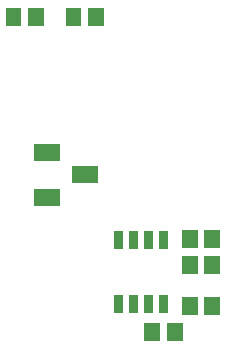
<source format=gbp>
G75*
%MOIN*%
%OFA0B0*%
%FSLAX25Y25*%
%IPPOS*%
%LPD*%
%AMOC8*
5,1,8,0,0,1.08239X$1,22.5*
%
%ADD10C,0.00205*%
%ADD11C,0.00220*%
D10*
X0084927Y0016519D02*
X0084927Y0022221D01*
X0084927Y0016519D02*
X0082573Y0016519D01*
X0082573Y0022221D01*
X0084927Y0022221D01*
X0084927Y0016714D02*
X0082573Y0016714D01*
X0082573Y0016909D02*
X0084927Y0016909D01*
X0084927Y0017104D02*
X0082573Y0017104D01*
X0082573Y0017299D02*
X0084927Y0017299D01*
X0084927Y0017494D02*
X0082573Y0017494D01*
X0082573Y0017689D02*
X0084927Y0017689D01*
X0084927Y0017884D02*
X0082573Y0017884D01*
X0082573Y0018079D02*
X0084927Y0018079D01*
X0084927Y0018274D02*
X0082573Y0018274D01*
X0082573Y0018469D02*
X0084927Y0018469D01*
X0084927Y0018664D02*
X0082573Y0018664D01*
X0082573Y0018859D02*
X0084927Y0018859D01*
X0084927Y0019054D02*
X0082573Y0019054D01*
X0082573Y0019249D02*
X0084927Y0019249D01*
X0084927Y0019444D02*
X0082573Y0019444D01*
X0082573Y0019639D02*
X0084927Y0019639D01*
X0084927Y0019834D02*
X0082573Y0019834D01*
X0082573Y0020029D02*
X0084927Y0020029D01*
X0084927Y0020224D02*
X0082573Y0020224D01*
X0082573Y0020419D02*
X0084927Y0020419D01*
X0084927Y0020614D02*
X0082573Y0020614D01*
X0082573Y0020809D02*
X0084927Y0020809D01*
X0084927Y0021004D02*
X0082573Y0021004D01*
X0082573Y0021199D02*
X0084927Y0021199D01*
X0084927Y0021394D02*
X0082573Y0021394D01*
X0082573Y0021589D02*
X0084927Y0021589D01*
X0084927Y0021784D02*
X0082573Y0021784D01*
X0082573Y0021979D02*
X0084927Y0021979D01*
X0084927Y0022174D02*
X0082573Y0022174D01*
X0089927Y0022221D02*
X0089927Y0016519D01*
X0087573Y0016519D01*
X0087573Y0022221D01*
X0089927Y0022221D01*
X0089927Y0016714D02*
X0087573Y0016714D01*
X0087573Y0016909D02*
X0089927Y0016909D01*
X0089927Y0017104D02*
X0087573Y0017104D01*
X0087573Y0017299D02*
X0089927Y0017299D01*
X0089927Y0017494D02*
X0087573Y0017494D01*
X0087573Y0017689D02*
X0089927Y0017689D01*
X0089927Y0017884D02*
X0087573Y0017884D01*
X0087573Y0018079D02*
X0089927Y0018079D01*
X0089927Y0018274D02*
X0087573Y0018274D01*
X0087573Y0018469D02*
X0089927Y0018469D01*
X0089927Y0018664D02*
X0087573Y0018664D01*
X0087573Y0018859D02*
X0089927Y0018859D01*
X0089927Y0019054D02*
X0087573Y0019054D01*
X0087573Y0019249D02*
X0089927Y0019249D01*
X0089927Y0019444D02*
X0087573Y0019444D01*
X0087573Y0019639D02*
X0089927Y0019639D01*
X0089927Y0019834D02*
X0087573Y0019834D01*
X0087573Y0020029D02*
X0089927Y0020029D01*
X0089927Y0020224D02*
X0087573Y0020224D01*
X0087573Y0020419D02*
X0089927Y0020419D01*
X0089927Y0020614D02*
X0087573Y0020614D01*
X0087573Y0020809D02*
X0089927Y0020809D01*
X0089927Y0021004D02*
X0087573Y0021004D01*
X0087573Y0021199D02*
X0089927Y0021199D01*
X0089927Y0021394D02*
X0087573Y0021394D01*
X0087573Y0021589D02*
X0089927Y0021589D01*
X0089927Y0021784D02*
X0087573Y0021784D01*
X0087573Y0021979D02*
X0089927Y0021979D01*
X0089927Y0022174D02*
X0087573Y0022174D01*
X0094927Y0022221D02*
X0094927Y0016519D01*
X0092573Y0016519D01*
X0092573Y0022221D01*
X0094927Y0022221D01*
X0094927Y0016714D02*
X0092573Y0016714D01*
X0092573Y0016909D02*
X0094927Y0016909D01*
X0094927Y0017104D02*
X0092573Y0017104D01*
X0092573Y0017299D02*
X0094927Y0017299D01*
X0094927Y0017494D02*
X0092573Y0017494D01*
X0092573Y0017689D02*
X0094927Y0017689D01*
X0094927Y0017884D02*
X0092573Y0017884D01*
X0092573Y0018079D02*
X0094927Y0018079D01*
X0094927Y0018274D02*
X0092573Y0018274D01*
X0092573Y0018469D02*
X0094927Y0018469D01*
X0094927Y0018664D02*
X0092573Y0018664D01*
X0092573Y0018859D02*
X0094927Y0018859D01*
X0094927Y0019054D02*
X0092573Y0019054D01*
X0092573Y0019249D02*
X0094927Y0019249D01*
X0094927Y0019444D02*
X0092573Y0019444D01*
X0092573Y0019639D02*
X0094927Y0019639D01*
X0094927Y0019834D02*
X0092573Y0019834D01*
X0092573Y0020029D02*
X0094927Y0020029D01*
X0094927Y0020224D02*
X0092573Y0020224D01*
X0092573Y0020419D02*
X0094927Y0020419D01*
X0094927Y0020614D02*
X0092573Y0020614D01*
X0092573Y0020809D02*
X0094927Y0020809D01*
X0094927Y0021004D02*
X0092573Y0021004D01*
X0092573Y0021199D02*
X0094927Y0021199D01*
X0094927Y0021394D02*
X0092573Y0021394D01*
X0092573Y0021589D02*
X0094927Y0021589D01*
X0094927Y0021784D02*
X0092573Y0021784D01*
X0092573Y0021979D02*
X0094927Y0021979D01*
X0094927Y0022174D02*
X0092573Y0022174D01*
X0099927Y0022221D02*
X0099927Y0016519D01*
X0097573Y0016519D01*
X0097573Y0022221D01*
X0099927Y0022221D01*
X0099927Y0016714D02*
X0097573Y0016714D01*
X0097573Y0016909D02*
X0099927Y0016909D01*
X0099927Y0017104D02*
X0097573Y0017104D01*
X0097573Y0017299D02*
X0099927Y0017299D01*
X0099927Y0017494D02*
X0097573Y0017494D01*
X0097573Y0017689D02*
X0099927Y0017689D01*
X0099927Y0017884D02*
X0097573Y0017884D01*
X0097573Y0018079D02*
X0099927Y0018079D01*
X0099927Y0018274D02*
X0097573Y0018274D01*
X0097573Y0018469D02*
X0099927Y0018469D01*
X0099927Y0018664D02*
X0097573Y0018664D01*
X0097573Y0018859D02*
X0099927Y0018859D01*
X0099927Y0019054D02*
X0097573Y0019054D01*
X0097573Y0019249D02*
X0099927Y0019249D01*
X0099927Y0019444D02*
X0097573Y0019444D01*
X0097573Y0019639D02*
X0099927Y0019639D01*
X0099927Y0019834D02*
X0097573Y0019834D01*
X0097573Y0020029D02*
X0099927Y0020029D01*
X0099927Y0020224D02*
X0097573Y0020224D01*
X0097573Y0020419D02*
X0099927Y0020419D01*
X0099927Y0020614D02*
X0097573Y0020614D01*
X0097573Y0020809D02*
X0099927Y0020809D01*
X0099927Y0021004D02*
X0097573Y0021004D01*
X0097573Y0021199D02*
X0099927Y0021199D01*
X0099927Y0021394D02*
X0097573Y0021394D01*
X0097573Y0021589D02*
X0099927Y0021589D01*
X0099927Y0021784D02*
X0097573Y0021784D01*
X0097573Y0021979D02*
X0099927Y0021979D01*
X0099927Y0022174D02*
X0097573Y0022174D01*
X0105053Y0015899D02*
X0109967Y0015899D01*
X0105053Y0015899D02*
X0105053Y0021601D01*
X0109967Y0021601D01*
X0109967Y0015899D01*
X0109967Y0016094D02*
X0105053Y0016094D01*
X0105053Y0016289D02*
X0109967Y0016289D01*
X0109967Y0016484D02*
X0105053Y0016484D01*
X0105053Y0016679D02*
X0109967Y0016679D01*
X0109967Y0016874D02*
X0105053Y0016874D01*
X0105053Y0017069D02*
X0109967Y0017069D01*
X0109967Y0017264D02*
X0105053Y0017264D01*
X0105053Y0017459D02*
X0109967Y0017459D01*
X0109967Y0017654D02*
X0105053Y0017654D01*
X0105053Y0017849D02*
X0109967Y0017849D01*
X0109967Y0018044D02*
X0105053Y0018044D01*
X0105053Y0018239D02*
X0109967Y0018239D01*
X0109967Y0018434D02*
X0105053Y0018434D01*
X0105053Y0018629D02*
X0109967Y0018629D01*
X0109967Y0018824D02*
X0105053Y0018824D01*
X0105053Y0019019D02*
X0109967Y0019019D01*
X0109967Y0019214D02*
X0105053Y0019214D01*
X0105053Y0019409D02*
X0109967Y0019409D01*
X0109967Y0019604D02*
X0105053Y0019604D01*
X0105053Y0019799D02*
X0109967Y0019799D01*
X0109967Y0019994D02*
X0105053Y0019994D01*
X0105053Y0020189D02*
X0109967Y0020189D01*
X0109967Y0020384D02*
X0105053Y0020384D01*
X0105053Y0020579D02*
X0109967Y0020579D01*
X0109967Y0020774D02*
X0105053Y0020774D01*
X0105053Y0020969D02*
X0109967Y0020969D01*
X0109967Y0021164D02*
X0105053Y0021164D01*
X0105053Y0021359D02*
X0109967Y0021359D01*
X0109967Y0021554D02*
X0105053Y0021554D01*
X0105053Y0029649D02*
X0109967Y0029649D01*
X0105053Y0029649D02*
X0105053Y0035351D01*
X0109967Y0035351D01*
X0109967Y0029649D01*
X0109967Y0029844D02*
X0105053Y0029844D01*
X0105053Y0030039D02*
X0109967Y0030039D01*
X0109967Y0030234D02*
X0105053Y0030234D01*
X0105053Y0030429D02*
X0109967Y0030429D01*
X0109967Y0030624D02*
X0105053Y0030624D01*
X0105053Y0030819D02*
X0109967Y0030819D01*
X0109967Y0031014D02*
X0105053Y0031014D01*
X0105053Y0031209D02*
X0109967Y0031209D01*
X0109967Y0031404D02*
X0105053Y0031404D01*
X0105053Y0031599D02*
X0109967Y0031599D01*
X0109967Y0031794D02*
X0105053Y0031794D01*
X0105053Y0031989D02*
X0109967Y0031989D01*
X0109967Y0032184D02*
X0105053Y0032184D01*
X0105053Y0032379D02*
X0109967Y0032379D01*
X0109967Y0032574D02*
X0105053Y0032574D01*
X0105053Y0032769D02*
X0109967Y0032769D01*
X0109967Y0032964D02*
X0105053Y0032964D01*
X0105053Y0033159D02*
X0109967Y0033159D01*
X0109967Y0033354D02*
X0105053Y0033354D01*
X0105053Y0033549D02*
X0109967Y0033549D01*
X0109967Y0033744D02*
X0105053Y0033744D01*
X0105053Y0033939D02*
X0109967Y0033939D01*
X0109967Y0034134D02*
X0105053Y0034134D01*
X0105053Y0034329D02*
X0109967Y0034329D01*
X0109967Y0034524D02*
X0105053Y0034524D01*
X0105053Y0034719D02*
X0109967Y0034719D01*
X0109967Y0034914D02*
X0105053Y0034914D01*
X0105053Y0035109D02*
X0109967Y0035109D01*
X0109967Y0035304D02*
X0105053Y0035304D01*
X0105053Y0038399D02*
X0109967Y0038399D01*
X0105053Y0038399D02*
X0105053Y0044101D01*
X0109967Y0044101D01*
X0109967Y0038399D01*
X0109967Y0038594D02*
X0105053Y0038594D01*
X0105053Y0038789D02*
X0109967Y0038789D01*
X0109967Y0038984D02*
X0105053Y0038984D01*
X0105053Y0039179D02*
X0109967Y0039179D01*
X0109967Y0039374D02*
X0105053Y0039374D01*
X0105053Y0039569D02*
X0109967Y0039569D01*
X0109967Y0039764D02*
X0105053Y0039764D01*
X0105053Y0039959D02*
X0109967Y0039959D01*
X0109967Y0040154D02*
X0105053Y0040154D01*
X0105053Y0040349D02*
X0109967Y0040349D01*
X0109967Y0040544D02*
X0105053Y0040544D01*
X0105053Y0040739D02*
X0109967Y0040739D01*
X0109967Y0040934D02*
X0105053Y0040934D01*
X0105053Y0041129D02*
X0109967Y0041129D01*
X0109967Y0041324D02*
X0105053Y0041324D01*
X0105053Y0041519D02*
X0109967Y0041519D01*
X0109967Y0041714D02*
X0105053Y0041714D01*
X0105053Y0041909D02*
X0109967Y0041909D01*
X0109967Y0042104D02*
X0105053Y0042104D01*
X0105053Y0042299D02*
X0109967Y0042299D01*
X0109967Y0042494D02*
X0105053Y0042494D01*
X0105053Y0042689D02*
X0109967Y0042689D01*
X0109967Y0042884D02*
X0105053Y0042884D01*
X0105053Y0043079D02*
X0109967Y0043079D01*
X0109967Y0043274D02*
X0105053Y0043274D01*
X0105053Y0043469D02*
X0109967Y0043469D01*
X0109967Y0043664D02*
X0105053Y0043664D01*
X0105053Y0043859D02*
X0109967Y0043859D01*
X0109967Y0044054D02*
X0105053Y0044054D01*
X0099927Y0043481D02*
X0099927Y0037779D01*
X0097573Y0037779D01*
X0097573Y0043481D01*
X0099927Y0043481D01*
X0099927Y0037974D02*
X0097573Y0037974D01*
X0097573Y0038169D02*
X0099927Y0038169D01*
X0099927Y0038364D02*
X0097573Y0038364D01*
X0097573Y0038559D02*
X0099927Y0038559D01*
X0099927Y0038754D02*
X0097573Y0038754D01*
X0097573Y0038949D02*
X0099927Y0038949D01*
X0099927Y0039144D02*
X0097573Y0039144D01*
X0097573Y0039339D02*
X0099927Y0039339D01*
X0099927Y0039534D02*
X0097573Y0039534D01*
X0097573Y0039729D02*
X0099927Y0039729D01*
X0099927Y0039924D02*
X0097573Y0039924D01*
X0097573Y0040119D02*
X0099927Y0040119D01*
X0099927Y0040314D02*
X0097573Y0040314D01*
X0097573Y0040509D02*
X0099927Y0040509D01*
X0099927Y0040704D02*
X0097573Y0040704D01*
X0097573Y0040899D02*
X0099927Y0040899D01*
X0099927Y0041094D02*
X0097573Y0041094D01*
X0097573Y0041289D02*
X0099927Y0041289D01*
X0099927Y0041484D02*
X0097573Y0041484D01*
X0097573Y0041679D02*
X0099927Y0041679D01*
X0099927Y0041874D02*
X0097573Y0041874D01*
X0097573Y0042069D02*
X0099927Y0042069D01*
X0099927Y0042264D02*
X0097573Y0042264D01*
X0097573Y0042459D02*
X0099927Y0042459D01*
X0099927Y0042654D02*
X0097573Y0042654D01*
X0097573Y0042849D02*
X0099927Y0042849D01*
X0099927Y0043044D02*
X0097573Y0043044D01*
X0097573Y0043239D02*
X0099927Y0043239D01*
X0099927Y0043434D02*
X0097573Y0043434D01*
X0094927Y0043481D02*
X0094927Y0037779D01*
X0092573Y0037779D01*
X0092573Y0043481D01*
X0094927Y0043481D01*
X0094927Y0037974D02*
X0092573Y0037974D01*
X0092573Y0038169D02*
X0094927Y0038169D01*
X0094927Y0038364D02*
X0092573Y0038364D01*
X0092573Y0038559D02*
X0094927Y0038559D01*
X0094927Y0038754D02*
X0092573Y0038754D01*
X0092573Y0038949D02*
X0094927Y0038949D01*
X0094927Y0039144D02*
X0092573Y0039144D01*
X0092573Y0039339D02*
X0094927Y0039339D01*
X0094927Y0039534D02*
X0092573Y0039534D01*
X0092573Y0039729D02*
X0094927Y0039729D01*
X0094927Y0039924D02*
X0092573Y0039924D01*
X0092573Y0040119D02*
X0094927Y0040119D01*
X0094927Y0040314D02*
X0092573Y0040314D01*
X0092573Y0040509D02*
X0094927Y0040509D01*
X0094927Y0040704D02*
X0092573Y0040704D01*
X0092573Y0040899D02*
X0094927Y0040899D01*
X0094927Y0041094D02*
X0092573Y0041094D01*
X0092573Y0041289D02*
X0094927Y0041289D01*
X0094927Y0041484D02*
X0092573Y0041484D01*
X0092573Y0041679D02*
X0094927Y0041679D01*
X0094927Y0041874D02*
X0092573Y0041874D01*
X0092573Y0042069D02*
X0094927Y0042069D01*
X0094927Y0042264D02*
X0092573Y0042264D01*
X0092573Y0042459D02*
X0094927Y0042459D01*
X0094927Y0042654D02*
X0092573Y0042654D01*
X0092573Y0042849D02*
X0094927Y0042849D01*
X0094927Y0043044D02*
X0092573Y0043044D01*
X0092573Y0043239D02*
X0094927Y0043239D01*
X0094927Y0043434D02*
X0092573Y0043434D01*
X0089927Y0043481D02*
X0089927Y0037779D01*
X0087573Y0037779D01*
X0087573Y0043481D01*
X0089927Y0043481D01*
X0089927Y0037974D02*
X0087573Y0037974D01*
X0087573Y0038169D02*
X0089927Y0038169D01*
X0089927Y0038364D02*
X0087573Y0038364D01*
X0087573Y0038559D02*
X0089927Y0038559D01*
X0089927Y0038754D02*
X0087573Y0038754D01*
X0087573Y0038949D02*
X0089927Y0038949D01*
X0089927Y0039144D02*
X0087573Y0039144D01*
X0087573Y0039339D02*
X0089927Y0039339D01*
X0089927Y0039534D02*
X0087573Y0039534D01*
X0087573Y0039729D02*
X0089927Y0039729D01*
X0089927Y0039924D02*
X0087573Y0039924D01*
X0087573Y0040119D02*
X0089927Y0040119D01*
X0089927Y0040314D02*
X0087573Y0040314D01*
X0087573Y0040509D02*
X0089927Y0040509D01*
X0089927Y0040704D02*
X0087573Y0040704D01*
X0087573Y0040899D02*
X0089927Y0040899D01*
X0089927Y0041094D02*
X0087573Y0041094D01*
X0087573Y0041289D02*
X0089927Y0041289D01*
X0089927Y0041484D02*
X0087573Y0041484D01*
X0087573Y0041679D02*
X0089927Y0041679D01*
X0089927Y0041874D02*
X0087573Y0041874D01*
X0087573Y0042069D02*
X0089927Y0042069D01*
X0089927Y0042264D02*
X0087573Y0042264D01*
X0087573Y0042459D02*
X0089927Y0042459D01*
X0089927Y0042654D02*
X0087573Y0042654D01*
X0087573Y0042849D02*
X0089927Y0042849D01*
X0089927Y0043044D02*
X0087573Y0043044D01*
X0087573Y0043239D02*
X0089927Y0043239D01*
X0089927Y0043434D02*
X0087573Y0043434D01*
X0084927Y0043481D02*
X0084927Y0037779D01*
X0082573Y0037779D01*
X0082573Y0043481D01*
X0084927Y0043481D01*
X0084927Y0037974D02*
X0082573Y0037974D01*
X0082573Y0038169D02*
X0084927Y0038169D01*
X0084927Y0038364D02*
X0082573Y0038364D01*
X0082573Y0038559D02*
X0084927Y0038559D01*
X0084927Y0038754D02*
X0082573Y0038754D01*
X0082573Y0038949D02*
X0084927Y0038949D01*
X0084927Y0039144D02*
X0082573Y0039144D01*
X0082573Y0039339D02*
X0084927Y0039339D01*
X0084927Y0039534D02*
X0082573Y0039534D01*
X0082573Y0039729D02*
X0084927Y0039729D01*
X0084927Y0039924D02*
X0082573Y0039924D01*
X0082573Y0040119D02*
X0084927Y0040119D01*
X0084927Y0040314D02*
X0082573Y0040314D01*
X0082573Y0040509D02*
X0084927Y0040509D01*
X0084927Y0040704D02*
X0082573Y0040704D01*
X0082573Y0040899D02*
X0084927Y0040899D01*
X0084927Y0041094D02*
X0082573Y0041094D01*
X0082573Y0041289D02*
X0084927Y0041289D01*
X0084927Y0041484D02*
X0082573Y0041484D01*
X0082573Y0041679D02*
X0084927Y0041679D01*
X0084927Y0041874D02*
X0082573Y0041874D01*
X0082573Y0042069D02*
X0084927Y0042069D01*
X0084927Y0042264D02*
X0082573Y0042264D01*
X0082573Y0042459D02*
X0084927Y0042459D01*
X0084927Y0042654D02*
X0082573Y0042654D01*
X0082573Y0042849D02*
X0084927Y0042849D01*
X0084927Y0043044D02*
X0082573Y0043044D01*
X0082573Y0043239D02*
X0084927Y0043239D01*
X0084927Y0043434D02*
X0082573Y0043434D01*
X0092553Y0007149D02*
X0097467Y0007149D01*
X0092553Y0007149D02*
X0092553Y0012851D01*
X0097467Y0012851D01*
X0097467Y0007149D01*
X0097467Y0007344D02*
X0092553Y0007344D01*
X0092553Y0007539D02*
X0097467Y0007539D01*
X0097467Y0007734D02*
X0092553Y0007734D01*
X0092553Y0007929D02*
X0097467Y0007929D01*
X0097467Y0008124D02*
X0092553Y0008124D01*
X0092553Y0008319D02*
X0097467Y0008319D01*
X0097467Y0008514D02*
X0092553Y0008514D01*
X0092553Y0008709D02*
X0097467Y0008709D01*
X0097467Y0008904D02*
X0092553Y0008904D01*
X0092553Y0009099D02*
X0097467Y0009099D01*
X0097467Y0009294D02*
X0092553Y0009294D01*
X0092553Y0009489D02*
X0097467Y0009489D01*
X0097467Y0009684D02*
X0092553Y0009684D01*
X0092553Y0009879D02*
X0097467Y0009879D01*
X0097467Y0010074D02*
X0092553Y0010074D01*
X0092553Y0010269D02*
X0097467Y0010269D01*
X0097467Y0010464D02*
X0092553Y0010464D01*
X0092553Y0010659D02*
X0097467Y0010659D01*
X0097467Y0010854D02*
X0092553Y0010854D01*
X0092553Y0011049D02*
X0097467Y0011049D01*
X0097467Y0011244D02*
X0092553Y0011244D01*
X0092553Y0011439D02*
X0097467Y0011439D01*
X0097467Y0011634D02*
X0092553Y0011634D01*
X0092553Y0011829D02*
X0097467Y0011829D01*
X0097467Y0012024D02*
X0092553Y0012024D01*
X0092553Y0012219D02*
X0097467Y0012219D01*
X0097467Y0012414D02*
X0092553Y0012414D01*
X0092553Y0012609D02*
X0097467Y0012609D01*
X0097467Y0012804D02*
X0092553Y0012804D01*
X0100033Y0007149D02*
X0104947Y0007149D01*
X0100033Y0007149D02*
X0100033Y0012851D01*
X0104947Y0012851D01*
X0104947Y0007149D01*
X0104947Y0007344D02*
X0100033Y0007344D01*
X0100033Y0007539D02*
X0104947Y0007539D01*
X0104947Y0007734D02*
X0100033Y0007734D01*
X0100033Y0007929D02*
X0104947Y0007929D01*
X0104947Y0008124D02*
X0100033Y0008124D01*
X0100033Y0008319D02*
X0104947Y0008319D01*
X0104947Y0008514D02*
X0100033Y0008514D01*
X0100033Y0008709D02*
X0104947Y0008709D01*
X0104947Y0008904D02*
X0100033Y0008904D01*
X0100033Y0009099D02*
X0104947Y0009099D01*
X0104947Y0009294D02*
X0100033Y0009294D01*
X0100033Y0009489D02*
X0104947Y0009489D01*
X0104947Y0009684D02*
X0100033Y0009684D01*
X0100033Y0009879D02*
X0104947Y0009879D01*
X0104947Y0010074D02*
X0100033Y0010074D01*
X0100033Y0010269D02*
X0104947Y0010269D01*
X0104947Y0010464D02*
X0100033Y0010464D01*
X0100033Y0010659D02*
X0104947Y0010659D01*
X0104947Y0010854D02*
X0100033Y0010854D01*
X0100033Y0011049D02*
X0104947Y0011049D01*
X0104947Y0011244D02*
X0100033Y0011244D01*
X0100033Y0011439D02*
X0104947Y0011439D01*
X0104947Y0011634D02*
X0100033Y0011634D01*
X0100033Y0011829D02*
X0104947Y0011829D01*
X0104947Y0012024D02*
X0100033Y0012024D01*
X0100033Y0012219D02*
X0104947Y0012219D01*
X0104947Y0012414D02*
X0100033Y0012414D01*
X0100033Y0012609D02*
X0104947Y0012609D01*
X0104947Y0012804D02*
X0100033Y0012804D01*
X0112533Y0015899D02*
X0117447Y0015899D01*
X0112533Y0015899D02*
X0112533Y0021601D01*
X0117447Y0021601D01*
X0117447Y0015899D01*
X0117447Y0016094D02*
X0112533Y0016094D01*
X0112533Y0016289D02*
X0117447Y0016289D01*
X0117447Y0016484D02*
X0112533Y0016484D01*
X0112533Y0016679D02*
X0117447Y0016679D01*
X0117447Y0016874D02*
X0112533Y0016874D01*
X0112533Y0017069D02*
X0117447Y0017069D01*
X0117447Y0017264D02*
X0112533Y0017264D01*
X0112533Y0017459D02*
X0117447Y0017459D01*
X0117447Y0017654D02*
X0112533Y0017654D01*
X0112533Y0017849D02*
X0117447Y0017849D01*
X0117447Y0018044D02*
X0112533Y0018044D01*
X0112533Y0018239D02*
X0117447Y0018239D01*
X0117447Y0018434D02*
X0112533Y0018434D01*
X0112533Y0018629D02*
X0117447Y0018629D01*
X0117447Y0018824D02*
X0112533Y0018824D01*
X0112533Y0019019D02*
X0117447Y0019019D01*
X0117447Y0019214D02*
X0112533Y0019214D01*
X0112533Y0019409D02*
X0117447Y0019409D01*
X0117447Y0019604D02*
X0112533Y0019604D01*
X0112533Y0019799D02*
X0117447Y0019799D01*
X0117447Y0019994D02*
X0112533Y0019994D01*
X0112533Y0020189D02*
X0117447Y0020189D01*
X0117447Y0020384D02*
X0112533Y0020384D01*
X0112533Y0020579D02*
X0117447Y0020579D01*
X0117447Y0020774D02*
X0112533Y0020774D01*
X0112533Y0020969D02*
X0117447Y0020969D01*
X0117447Y0021164D02*
X0112533Y0021164D01*
X0112533Y0021359D02*
X0117447Y0021359D01*
X0117447Y0021554D02*
X0112533Y0021554D01*
X0112533Y0029649D02*
X0117447Y0029649D01*
X0112533Y0029649D02*
X0112533Y0035351D01*
X0117447Y0035351D01*
X0117447Y0029649D01*
X0117447Y0029844D02*
X0112533Y0029844D01*
X0112533Y0030039D02*
X0117447Y0030039D01*
X0117447Y0030234D02*
X0112533Y0030234D01*
X0112533Y0030429D02*
X0117447Y0030429D01*
X0117447Y0030624D02*
X0112533Y0030624D01*
X0112533Y0030819D02*
X0117447Y0030819D01*
X0117447Y0031014D02*
X0112533Y0031014D01*
X0112533Y0031209D02*
X0117447Y0031209D01*
X0117447Y0031404D02*
X0112533Y0031404D01*
X0112533Y0031599D02*
X0117447Y0031599D01*
X0117447Y0031794D02*
X0112533Y0031794D01*
X0112533Y0031989D02*
X0117447Y0031989D01*
X0117447Y0032184D02*
X0112533Y0032184D01*
X0112533Y0032379D02*
X0117447Y0032379D01*
X0117447Y0032574D02*
X0112533Y0032574D01*
X0112533Y0032769D02*
X0117447Y0032769D01*
X0117447Y0032964D02*
X0112533Y0032964D01*
X0112533Y0033159D02*
X0117447Y0033159D01*
X0117447Y0033354D02*
X0112533Y0033354D01*
X0112533Y0033549D02*
X0117447Y0033549D01*
X0117447Y0033744D02*
X0112533Y0033744D01*
X0112533Y0033939D02*
X0117447Y0033939D01*
X0117447Y0034134D02*
X0112533Y0034134D01*
X0112533Y0034329D02*
X0117447Y0034329D01*
X0117447Y0034524D02*
X0112533Y0034524D01*
X0112533Y0034719D02*
X0117447Y0034719D01*
X0117447Y0034914D02*
X0112533Y0034914D01*
X0112533Y0035109D02*
X0117447Y0035109D01*
X0117447Y0035304D02*
X0112533Y0035304D01*
X0112533Y0038399D02*
X0117447Y0038399D01*
X0112533Y0038399D02*
X0112533Y0044101D01*
X0117447Y0044101D01*
X0117447Y0038399D01*
X0117447Y0038594D02*
X0112533Y0038594D01*
X0112533Y0038789D02*
X0117447Y0038789D01*
X0117447Y0038984D02*
X0112533Y0038984D01*
X0112533Y0039179D02*
X0117447Y0039179D01*
X0117447Y0039374D02*
X0112533Y0039374D01*
X0112533Y0039569D02*
X0117447Y0039569D01*
X0117447Y0039764D02*
X0112533Y0039764D01*
X0112533Y0039959D02*
X0117447Y0039959D01*
X0117447Y0040154D02*
X0112533Y0040154D01*
X0112533Y0040349D02*
X0117447Y0040349D01*
X0117447Y0040544D02*
X0112533Y0040544D01*
X0112533Y0040739D02*
X0117447Y0040739D01*
X0117447Y0040934D02*
X0112533Y0040934D01*
X0112533Y0041129D02*
X0117447Y0041129D01*
X0117447Y0041324D02*
X0112533Y0041324D01*
X0112533Y0041519D02*
X0117447Y0041519D01*
X0117447Y0041714D02*
X0112533Y0041714D01*
X0112533Y0041909D02*
X0117447Y0041909D01*
X0117447Y0042104D02*
X0112533Y0042104D01*
X0112533Y0042299D02*
X0117447Y0042299D01*
X0117447Y0042494D02*
X0112533Y0042494D01*
X0112533Y0042689D02*
X0117447Y0042689D01*
X0117447Y0042884D02*
X0112533Y0042884D01*
X0112533Y0043079D02*
X0117447Y0043079D01*
X0117447Y0043274D02*
X0112533Y0043274D01*
X0112533Y0043469D02*
X0117447Y0043469D01*
X0117447Y0043664D02*
X0112533Y0043664D01*
X0112533Y0043859D02*
X0117447Y0043859D01*
X0117447Y0044054D02*
X0112533Y0044054D01*
X0078697Y0112149D02*
X0073783Y0112149D01*
X0073783Y0117851D01*
X0078697Y0117851D01*
X0078697Y0112149D01*
X0078697Y0112344D02*
X0073783Y0112344D01*
X0073783Y0112539D02*
X0078697Y0112539D01*
X0078697Y0112734D02*
X0073783Y0112734D01*
X0073783Y0112929D02*
X0078697Y0112929D01*
X0078697Y0113124D02*
X0073783Y0113124D01*
X0073783Y0113319D02*
X0078697Y0113319D01*
X0078697Y0113514D02*
X0073783Y0113514D01*
X0073783Y0113709D02*
X0078697Y0113709D01*
X0078697Y0113904D02*
X0073783Y0113904D01*
X0073783Y0114099D02*
X0078697Y0114099D01*
X0078697Y0114294D02*
X0073783Y0114294D01*
X0073783Y0114489D02*
X0078697Y0114489D01*
X0078697Y0114684D02*
X0073783Y0114684D01*
X0073783Y0114879D02*
X0078697Y0114879D01*
X0078697Y0115074D02*
X0073783Y0115074D01*
X0073783Y0115269D02*
X0078697Y0115269D01*
X0078697Y0115464D02*
X0073783Y0115464D01*
X0073783Y0115659D02*
X0078697Y0115659D01*
X0078697Y0115854D02*
X0073783Y0115854D01*
X0073783Y0116049D02*
X0078697Y0116049D01*
X0078697Y0116244D02*
X0073783Y0116244D01*
X0073783Y0116439D02*
X0078697Y0116439D01*
X0078697Y0116634D02*
X0073783Y0116634D01*
X0073783Y0116829D02*
X0078697Y0116829D01*
X0078697Y0117024D02*
X0073783Y0117024D01*
X0073783Y0117219D02*
X0078697Y0117219D01*
X0078697Y0117414D02*
X0073783Y0117414D01*
X0073783Y0117609D02*
X0078697Y0117609D01*
X0078697Y0117804D02*
X0073783Y0117804D01*
X0071217Y0112149D02*
X0066303Y0112149D01*
X0066303Y0117851D01*
X0071217Y0117851D01*
X0071217Y0112149D01*
X0071217Y0112344D02*
X0066303Y0112344D01*
X0066303Y0112539D02*
X0071217Y0112539D01*
X0071217Y0112734D02*
X0066303Y0112734D01*
X0066303Y0112929D02*
X0071217Y0112929D01*
X0071217Y0113124D02*
X0066303Y0113124D01*
X0066303Y0113319D02*
X0071217Y0113319D01*
X0071217Y0113514D02*
X0066303Y0113514D01*
X0066303Y0113709D02*
X0071217Y0113709D01*
X0071217Y0113904D02*
X0066303Y0113904D01*
X0066303Y0114099D02*
X0071217Y0114099D01*
X0071217Y0114294D02*
X0066303Y0114294D01*
X0066303Y0114489D02*
X0071217Y0114489D01*
X0071217Y0114684D02*
X0066303Y0114684D01*
X0066303Y0114879D02*
X0071217Y0114879D01*
X0071217Y0115074D02*
X0066303Y0115074D01*
X0066303Y0115269D02*
X0071217Y0115269D01*
X0071217Y0115464D02*
X0066303Y0115464D01*
X0066303Y0115659D02*
X0071217Y0115659D01*
X0071217Y0115854D02*
X0066303Y0115854D01*
X0066303Y0116049D02*
X0071217Y0116049D01*
X0071217Y0116244D02*
X0066303Y0116244D01*
X0066303Y0116439D02*
X0071217Y0116439D01*
X0071217Y0116634D02*
X0066303Y0116634D01*
X0066303Y0116829D02*
X0071217Y0116829D01*
X0071217Y0117024D02*
X0066303Y0117024D01*
X0066303Y0117219D02*
X0071217Y0117219D01*
X0071217Y0117414D02*
X0066303Y0117414D01*
X0066303Y0117609D02*
X0071217Y0117609D01*
X0071217Y0117804D02*
X0066303Y0117804D01*
X0058697Y0117851D02*
X0053783Y0117851D01*
X0058697Y0117851D02*
X0058697Y0112149D01*
X0053783Y0112149D01*
X0053783Y0117851D01*
X0053783Y0112344D02*
X0058697Y0112344D01*
X0058697Y0112539D02*
X0053783Y0112539D01*
X0053783Y0112734D02*
X0058697Y0112734D01*
X0058697Y0112929D02*
X0053783Y0112929D01*
X0053783Y0113124D02*
X0058697Y0113124D01*
X0058697Y0113319D02*
X0053783Y0113319D01*
X0053783Y0113514D02*
X0058697Y0113514D01*
X0058697Y0113709D02*
X0053783Y0113709D01*
X0053783Y0113904D02*
X0058697Y0113904D01*
X0058697Y0114099D02*
X0053783Y0114099D01*
X0053783Y0114294D02*
X0058697Y0114294D01*
X0058697Y0114489D02*
X0053783Y0114489D01*
X0053783Y0114684D02*
X0058697Y0114684D01*
X0058697Y0114879D02*
X0053783Y0114879D01*
X0053783Y0115074D02*
X0058697Y0115074D01*
X0058697Y0115269D02*
X0053783Y0115269D01*
X0053783Y0115464D02*
X0058697Y0115464D01*
X0058697Y0115659D02*
X0053783Y0115659D01*
X0053783Y0115854D02*
X0058697Y0115854D01*
X0058697Y0116049D02*
X0053783Y0116049D01*
X0053783Y0116244D02*
X0058697Y0116244D01*
X0058697Y0116439D02*
X0053783Y0116439D01*
X0053783Y0116634D02*
X0058697Y0116634D01*
X0058697Y0116829D02*
X0053783Y0116829D01*
X0053783Y0117024D02*
X0058697Y0117024D01*
X0058697Y0117219D02*
X0053783Y0117219D01*
X0053783Y0117414D02*
X0058697Y0117414D01*
X0058697Y0117609D02*
X0053783Y0117609D01*
X0053783Y0117804D02*
X0058697Y0117804D01*
X0051217Y0117851D02*
X0046303Y0117851D01*
X0051217Y0117851D02*
X0051217Y0112149D01*
X0046303Y0112149D01*
X0046303Y0117851D01*
X0046303Y0112344D02*
X0051217Y0112344D01*
X0051217Y0112539D02*
X0046303Y0112539D01*
X0046303Y0112734D02*
X0051217Y0112734D01*
X0051217Y0112929D02*
X0046303Y0112929D01*
X0046303Y0113124D02*
X0051217Y0113124D01*
X0051217Y0113319D02*
X0046303Y0113319D01*
X0046303Y0113514D02*
X0051217Y0113514D01*
X0051217Y0113709D02*
X0046303Y0113709D01*
X0046303Y0113904D02*
X0051217Y0113904D01*
X0051217Y0114099D02*
X0046303Y0114099D01*
X0046303Y0114294D02*
X0051217Y0114294D01*
X0051217Y0114489D02*
X0046303Y0114489D01*
X0046303Y0114684D02*
X0051217Y0114684D01*
X0051217Y0114879D02*
X0046303Y0114879D01*
X0046303Y0115074D02*
X0051217Y0115074D01*
X0051217Y0115269D02*
X0046303Y0115269D01*
X0046303Y0115464D02*
X0051217Y0115464D01*
X0051217Y0115659D02*
X0046303Y0115659D01*
X0046303Y0115854D02*
X0051217Y0115854D01*
X0051217Y0116049D02*
X0046303Y0116049D01*
X0046303Y0116244D02*
X0051217Y0116244D01*
X0051217Y0116439D02*
X0046303Y0116439D01*
X0046303Y0116634D02*
X0051217Y0116634D01*
X0051217Y0116829D02*
X0046303Y0116829D01*
X0046303Y0117024D02*
X0051217Y0117024D01*
X0051217Y0117219D02*
X0046303Y0117219D01*
X0046303Y0117414D02*
X0051217Y0117414D01*
X0051217Y0117609D02*
X0046303Y0117609D01*
X0046303Y0117804D02*
X0051217Y0117804D01*
D11*
X0055780Y0057646D02*
X0064220Y0057646D01*
X0064220Y0052354D01*
X0055780Y0052354D01*
X0055780Y0057646D01*
X0055780Y0052563D02*
X0064220Y0052563D01*
X0064220Y0052772D02*
X0055780Y0052772D01*
X0055780Y0052981D02*
X0064220Y0052981D01*
X0064220Y0053190D02*
X0055780Y0053190D01*
X0055780Y0053399D02*
X0064220Y0053399D01*
X0064220Y0053608D02*
X0055780Y0053608D01*
X0055780Y0053817D02*
X0064220Y0053817D01*
X0064220Y0054026D02*
X0055780Y0054026D01*
X0055780Y0054235D02*
X0064220Y0054235D01*
X0064220Y0054444D02*
X0055780Y0054444D01*
X0055780Y0054653D02*
X0064220Y0054653D01*
X0064220Y0054862D02*
X0055780Y0054862D01*
X0055780Y0055071D02*
X0064220Y0055071D01*
X0064220Y0055280D02*
X0055780Y0055280D01*
X0055780Y0055489D02*
X0064220Y0055489D01*
X0064220Y0055698D02*
X0055780Y0055698D01*
X0055780Y0055907D02*
X0064220Y0055907D01*
X0064220Y0056116D02*
X0055780Y0056116D01*
X0055780Y0056325D02*
X0064220Y0056325D01*
X0064220Y0056534D02*
X0055780Y0056534D01*
X0055780Y0056743D02*
X0064220Y0056743D01*
X0064220Y0056952D02*
X0055780Y0056952D01*
X0055780Y0057161D02*
X0064220Y0057161D01*
X0064220Y0057370D02*
X0055780Y0057370D01*
X0055780Y0057579D02*
X0064220Y0057579D01*
X0068280Y0065146D02*
X0076720Y0065146D01*
X0076720Y0059854D01*
X0068280Y0059854D01*
X0068280Y0065146D01*
X0068280Y0060063D02*
X0076720Y0060063D01*
X0076720Y0060272D02*
X0068280Y0060272D01*
X0068280Y0060481D02*
X0076720Y0060481D01*
X0076720Y0060690D02*
X0068280Y0060690D01*
X0068280Y0060899D02*
X0076720Y0060899D01*
X0076720Y0061108D02*
X0068280Y0061108D01*
X0068280Y0061317D02*
X0076720Y0061317D01*
X0076720Y0061526D02*
X0068280Y0061526D01*
X0068280Y0061735D02*
X0076720Y0061735D01*
X0076720Y0061944D02*
X0068280Y0061944D01*
X0068280Y0062153D02*
X0076720Y0062153D01*
X0076720Y0062362D02*
X0068280Y0062362D01*
X0068280Y0062571D02*
X0076720Y0062571D01*
X0076720Y0062780D02*
X0068280Y0062780D01*
X0068280Y0062989D02*
X0076720Y0062989D01*
X0076720Y0063198D02*
X0068280Y0063198D01*
X0068280Y0063407D02*
X0076720Y0063407D01*
X0076720Y0063616D02*
X0068280Y0063616D01*
X0068280Y0063825D02*
X0076720Y0063825D01*
X0076720Y0064034D02*
X0068280Y0064034D01*
X0068280Y0064243D02*
X0076720Y0064243D01*
X0076720Y0064452D02*
X0068280Y0064452D01*
X0068280Y0064661D02*
X0076720Y0064661D01*
X0076720Y0064870D02*
X0068280Y0064870D01*
X0068280Y0065079D02*
X0076720Y0065079D01*
X0064220Y0072646D02*
X0055780Y0072646D01*
X0064220Y0072646D02*
X0064220Y0067354D01*
X0055780Y0067354D01*
X0055780Y0072646D01*
X0055780Y0067563D02*
X0064220Y0067563D01*
X0064220Y0067772D02*
X0055780Y0067772D01*
X0055780Y0067981D02*
X0064220Y0067981D01*
X0064220Y0068190D02*
X0055780Y0068190D01*
X0055780Y0068399D02*
X0064220Y0068399D01*
X0064220Y0068608D02*
X0055780Y0068608D01*
X0055780Y0068817D02*
X0064220Y0068817D01*
X0064220Y0069026D02*
X0055780Y0069026D01*
X0055780Y0069235D02*
X0064220Y0069235D01*
X0064220Y0069444D02*
X0055780Y0069444D01*
X0055780Y0069653D02*
X0064220Y0069653D01*
X0064220Y0069862D02*
X0055780Y0069862D01*
X0055780Y0070071D02*
X0064220Y0070071D01*
X0064220Y0070280D02*
X0055780Y0070280D01*
X0055780Y0070489D02*
X0064220Y0070489D01*
X0064220Y0070698D02*
X0055780Y0070698D01*
X0055780Y0070907D02*
X0064220Y0070907D01*
X0064220Y0071116D02*
X0055780Y0071116D01*
X0055780Y0071325D02*
X0064220Y0071325D01*
X0064220Y0071534D02*
X0055780Y0071534D01*
X0055780Y0071743D02*
X0064220Y0071743D01*
X0064220Y0071952D02*
X0055780Y0071952D01*
X0055780Y0072161D02*
X0064220Y0072161D01*
X0064220Y0072370D02*
X0055780Y0072370D01*
X0055780Y0072579D02*
X0064220Y0072579D01*
M02*

</source>
